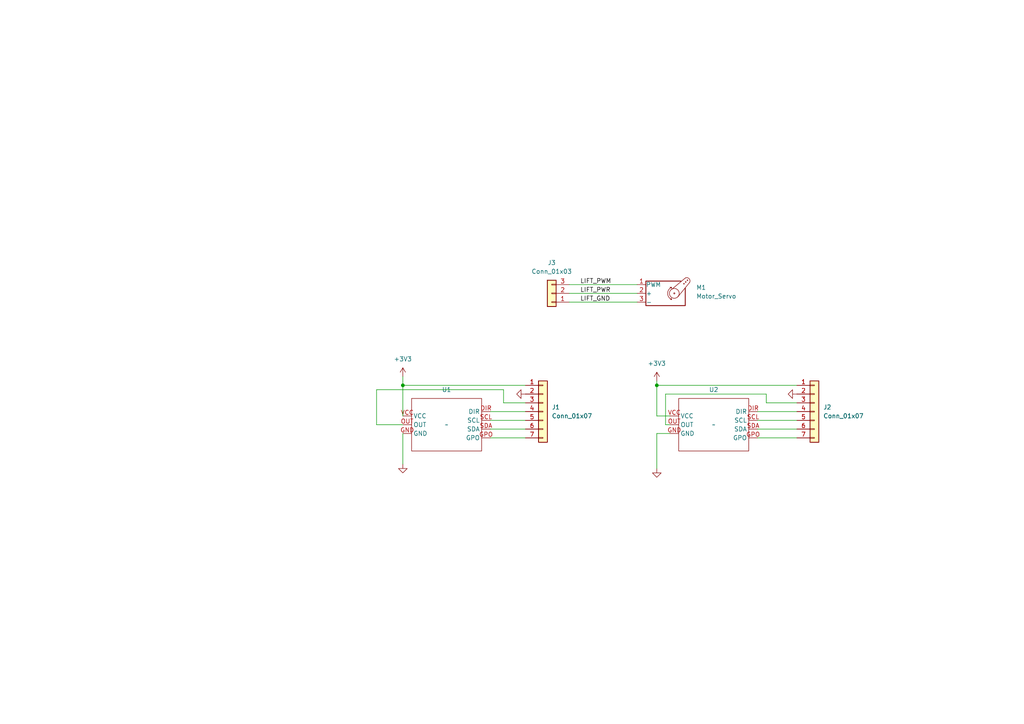
<source format=kicad_sch>
(kicad_sch (version 20230121) (generator eeschema)
  (paper "A4")
  (lib_symbols
    (symbol "AS5600_breakout:AS5600"
      (property "Reference" "U" (at 0 0 0))
      (symbol "AS5600_0_1"
        (rectangle (start -10.16 7.62) (end 10.16 -7.62))
      )
      (symbol "AS5600_1_1"
        (pin passive line (at 12.7 3.81 180) (length 2.54) (name "DIR") (number "DIR"))
        (pin passive line (at -12.7 -2.54 0) (length 2.54) (name "GND") (number "GND"))
        (pin passive line (at 12.7 -3.81 180) (length 2.54) (name "GPO") (number "GPO"))
        (pin passive line (at -12.7 0 0) (length 2.54) (name "OUT") (number "OUT"))
        (pin passive line (at 12.7 1.27 180) (length 2.54) (name "SCL") (number "SCL"))
        (pin passive line (at 12.7 -1.27 180) (length 2.54) (name "SDA") (number "SDA"))
        (pin passive line (at -12.7 2.54 0) (length 2.54) (name "VCC") (number "VCC"))
      )
    )
    (symbol "Connector_Generic:Conn_01x03" (pin_names (offset 1.016) hide)
      (property "Reference" "J" (at 0 5.08 0))
      (property "Value" "Conn_01x03" (at 0 -5.08 0))
      (symbol "Conn_01x03_1_1"
        (rectangle (start -1.27 -2.413) (end 0 -2.667) (stroke (width 0.1524)))
        (rectangle (start -1.27 0.127) (end 0 -0.127) (stroke (width 0.1524)))
        (rectangle (start -1.27 2.667) (end 0 2.413) (stroke (width 0.1524)))
        (rectangle (start -1.27 3.81) (end 1.27 -3.81) (stroke (width 0.254)) (fill (type background)))
        (pin passive line (at -5.08 2.54 0) (length 3.81) (name "Pin_1") (number "1"))
        (pin passive line (at -5.08 0 0) (length 3.81) (name "Pin_2") (number "2"))
        (pin passive line (at -5.08 -2.54 0) (length 3.81) (name "Pin_3") (number "3"))
      )
    )
    (symbol "Connector_Generic:Conn_01x07" (pin_names (offset 1.016) hide)
      (property "Reference" "J" (at 0 10.16 0))
      (property "Value" "Conn_01x07" (at 0 -10.16 0))
      (symbol "Conn_01x07_1_1"
        (rectangle (start -1.27 -7.493) (end 0 -7.747) (stroke (width 0.1524)))
        (rectangle (start -1.27 -4.953) (end 0 -5.207) (stroke (width 0.1524)))
        (rectangle (start -1.27 -2.413) (end 0 -2.667) (stroke (width 0.1524)))
        (rectangle (start -1.27 0.127) (end 0 -0.127) (stroke (width 0.1524)))
        (rectangle (start -1.27 2.667) (end 0 2.413) (stroke (width 0.1524)))
        (rectangle (start -1.27 5.207) (end 0 4.953) (stroke (width 0.1524)))
        (rectangle (start -1.27 7.747) (end 0 7.493) (stroke (width 0.1524)))
        (rectangle (start -1.27 8.89) (end 1.27 -8.89) (stroke (width 0.254)) (fill (type background)))
        (pin passive line (at -5.08 7.62 0) (length 3.81) (name "Pin_1") (number "1"))
        (pin passive line (at -5.08 5.08 0) (length 3.81) (name "Pin_2") (number "2"))
        (pin passive line (at -5.08 2.54 0) (length 3.81) (name "Pin_3") (number "3"))
        (pin passive line (at -5.08 0 0) (length 3.81) (name "Pin_4") (number "4"))
        (pin passive line (at -5.08 -2.54 0) (length 3.81) (name "Pin_5") (number "5"))
        (pin passive line (at -5.08 -5.08 0) (length 3.81) (name "Pin_6") (number "6"))
        (pin passive line (at -5.08 -7.62 0) (length 3.81) (name "Pin_7") (number "7"))
      )
    )
    (symbol "Motor:Motor_Servo" (pin_names (offset 0.0254))
      (property "Reference" "M" (at -5.08 4.445 0))
      (property "Value" "Motor_Servo" (at -5.08 -4.064 0))
      (symbol "Motor_Servo_0_1"
        (polyline (pts (xy 2.413 -1.778) (xy 2.032 -1.778)))
        (polyline (pts (xy 2.413 -1.778) (xy 2.286 -1.397)))
        (polyline (pts (xy 2.413 1.778) (xy 1.905 1.778)))
        (polyline (pts (xy 2.413 1.778) (xy 2.286 1.397)))
        (polyline (pts (xy 6.35 4.445) (xy 2.54 1.27)))
        (polyline (pts (xy 7.62 3.175) (xy 4.191 -1.016)))
        (polyline (pts (xy 5.08 3.556) (xy -5.08 3.556) (xy -5.08 -3.556) (xy 6.35 -3.556) (xy 6.35 1.524)) (stroke (width 0.254)))
        (arc (start 2.413 1.778) (mid 1.2406 0) (end 2.413 -1.778))
        (circle (center 3.175 0) (radius 0.1778))
        (circle (center 3.175 0) (radius 1.4224))
        (circle (center 5.969 2.794) (radius 0.127))
        (circle (center 6.477 3.302) (radius 0.127))
        (circle (center 6.985 3.81) (radius 0.127))
        (arc (start 7.62 3.175) (mid 7.4485 4.2735) (end 6.35 4.445))
      )
      (symbol "Motor_Servo_1_1"
        (pin passive line (at -7.62 2.54 0) (length 2.54) (name "PWM") (number "1"))
        (pin passive line (at -7.62 0 0) (length 2.54) (name "+") (number "2"))
        (pin passive line (at -7.62 -2.54 0) (length 2.54) (name "-") (number "3"))
      )
    )
    (symbol "power:+3V3" (power) (pin_names (offset 0))
      (property "Value" "+3V3" (at 0 3.556 0))
      (symbol "+3V3_0_1"
        (polyline (pts (xy -0.762 1.27) (xy 0 2.54)))
        (polyline (pts (xy 0 0) (xy 0 2.54)))
        (polyline (pts (xy 0 2.54) (xy 0.762 1.27)))
      )
      (symbol "+3V3_1_1"
        (pin power_in line (at 0 0 90) (length 0) hide (name "+3V3") (number "1"))
      )
    )
    (symbol "power:GND" (power) (pin_names (offset 0))
      (property "Value" "GND" (at 0 -3.81 0))
      (symbol "GND_0_1"
        (polyline (pts (xy 0 0) (xy 0 -1.27) (xy 1.27 -1.27) (xy 0 -2.54) (xy -1.27 -1.27) (xy 0 -1.27)))
      )
      (symbol "GND_1_1"
        (pin power_in line (at 0 0 270) (length 0) hide (name "GND") (number "1"))
      )
    )
  )
  (junction (at 190.5 111.76))
  (junction (at 116.84 111.76))
  (wire (pts (xy 222.25 116.84) (xy 222.25 114.3)))
  (wire (pts (xy 222.25 114.3) (xy 193.04 114.3)))
  (wire (pts (xy 190.5 111.76) (xy 190.5 120.65)))
  (wire (pts (xy 165.1 85.09) (xy 184.785 85.09)))
  (wire (pts (xy 231.14 116.84) (xy 222.25 116.84)))
  (wire (pts (xy 142.24 124.46) (xy 152.4 124.46)))
  (wire (pts (xy 109.22 123.19) (xy 116.84 123.19)))
  (wire (pts (xy 142.24 119.38) (xy 152.4 119.38)))
  (wire (pts (xy 165.1 87.63) (xy 184.785 87.63)))
  (wire (pts (xy 109.22 113.03) (xy 146.05 113.03)))
  (wire (pts (xy 109.22 123.19) (xy 109.22 113.03)))
  (wire (pts (xy 116.84 109.22) (xy 116.84 111.76)))
  (wire (pts (xy 219.71 121.92) (xy 231.14 121.92)))
  (wire (pts (xy 190.5 110.49) (xy 190.5 111.76)))
  (wire (pts (xy 142.24 121.92) (xy 152.4 121.92)))
  (wire (pts (xy 165.1 82.55) (xy 184.785 82.55)))
  (wire (pts (xy 116.84 125.73) (xy 116.84 134.62)))
  (wire (pts (xy 194.31 125.73) (xy 190.5 125.73)))
  (wire (pts (xy 142.24 127) (xy 152.4 127)))
  (wire (pts (xy 193.04 123.19) (xy 194.31 123.19)))
  (wire (pts (xy 146.05 116.84) (xy 152.4 116.84)))
  (wire (pts (xy 146.05 113.03) (xy 146.05 116.84)))
  (wire (pts (xy 190.5 111.76) (xy 231.14 111.76)))
  (wire (pts (xy 194.31 120.65) (xy 190.5 120.65)))
  (wire (pts (xy 190.5 125.73) (xy 190.5 135.89)))
  (wire (pts (xy 219.71 124.46) (xy 231.14 124.46)))
  (wire (pts (xy 116.84 111.76) (xy 116.84 120.65)))
  (wire (pts (xy 152.4 111.76) (xy 116.84 111.76)))
  (wire (pts (xy 219.71 127) (xy 231.14 127)))
  (wire (pts (xy 219.71 119.38) (xy 231.14 119.38)))
  (wire (pts (xy 193.04 114.3) (xy 193.04 123.19)))
  (label "LIFT_PWR" (at 168.275 85.09 0))
  (label "LIFT_GND" (at 168.275 87.63 0))
  (label "LIFT_PWM" (at 168.275 82.55 0))
  (symbol (lib_id "Connector_Generic:Conn_01x03") (at 160.02 85.09 180) (unit 1)
    (property "Reference" "J3" (at 160.02 76.2 0))
    (property "Value" "Conn_01x03" (at 160.02 78.74 0))
    (property "Footprint" "Connector_PinHeader_2.54mm:PinHeader_1x03_P2.54mm_Vertical" (effects hide))
  )
  (symbol (lib_id "power:GND") (at 190.5 135.89 0) (unit 1)
    (property "Reference" "#PWR03" (effects hide))
    (property "Value" "GND" (effects hide))
  )
  (symbol (lib_id "power:GND") (at 116.84 134.62 0) (unit 1)
    (property "Reference" "#PWR02" (effects hide))
    (property "Value" "GND" (effects hide))
  )
  (symbol (lib_id "power:GND") (at 231.14 114.3 270) (unit 1)
    (property "Reference" "#PWR06" (effects hide))
    (property "Value" "GND" (effects hide))
  )
  (symbol (lib_id "power:GND") (at 152.4 114.3 270) (unit 1)
    (property "Reference" "#PWR05" (effects hide))
    (property "Value" "GND" (effects hide))
  )
  (symbol (lib_id "AS5600_breakout:AS5600") (at 129.54 123.19 0) (unit 1)
    (property "Reference" "U1" (at 129.54 113.03 0))
    (property "Value" "~" (at 129.54 123.19 0))
    (property "Footprint" "MechanicalParts:AS5600-breakout-23x23" (effects hide))
  )
  (symbol (lib_id "power:+3V3") (at 116.84 109.22 0) (unit 1)
    (property "Reference" "#PWR01" (effects hide))
    (property "Value" "+3V3" (at 116.84 104.14 0))
  )
  (symbol (lib_id "Motor:Motor_Servo") (at 192.405 85.09 0) (unit 1)
    (property "Reference" "M1" (at 201.93 83.3866 0) (effects (justify left)))
    (property "Value" "Motor_Servo" (at 201.93 85.9266 0) (effects (justify left)))
    (property "Footprint" "Connector_PinHeader_2.54mm:PinHeader_1x03_P2.54mm_Vertical" (effects hide))
    (property "Datasheet" "http://forums.parallax.com/uploads/attachments/46831/74481.png" (effects hide))
  )
  (symbol (lib_id "Connector_Generic:Conn_01x07") (at 157.48 119.38 0) (unit 1)
    (property "Reference" "J1" (at 160.02 118.11 0) (effects (justify left)))
    (property "Value" "Conn_01x07" (at 160.02 120.65 0) (effects (justify left)))
    (property "Footprint" "Connector_PinHeader_2.54mm:PinHeader_1x07_P2.54mm_Vertical" (effects hide))
  )
  (symbol (lib_id "AS5600_breakout:AS5600") (at 207.01 123.19 0) (unit 1)
    (property "Reference" "U2" (at 207.01 113.03 0))
    (property "Value" "~" (at 207.01 123.19 0))
    (property "Footprint" "MechanicalParts:AS5600-breakout-23x23" (effects hide))
  )
  (symbol (lib_id "Connector_Generic:Conn_01x07") (at 236.22 119.38 0) (unit 1)
    (property "Reference" "J2" (at 238.76 118.11 0) (effects (justify left)))
    (property "Value" "Conn_01x07" (at 238.76 120.65 0) (effects (justify left)))
    (property "Footprint" "Connector_PinHeader_2.54mm:PinHeader_1x07_P2.54mm_Vertical" (effects hide))
  )
  (symbol (lib_id "power:+3V3") (at 190.5 110.49 0) (unit 1)
    (property "Reference" "#PWR04" (effects hide))
    (property "Value" "+3V3" (at 190.5 105.41 0))
  )
)
</source>
